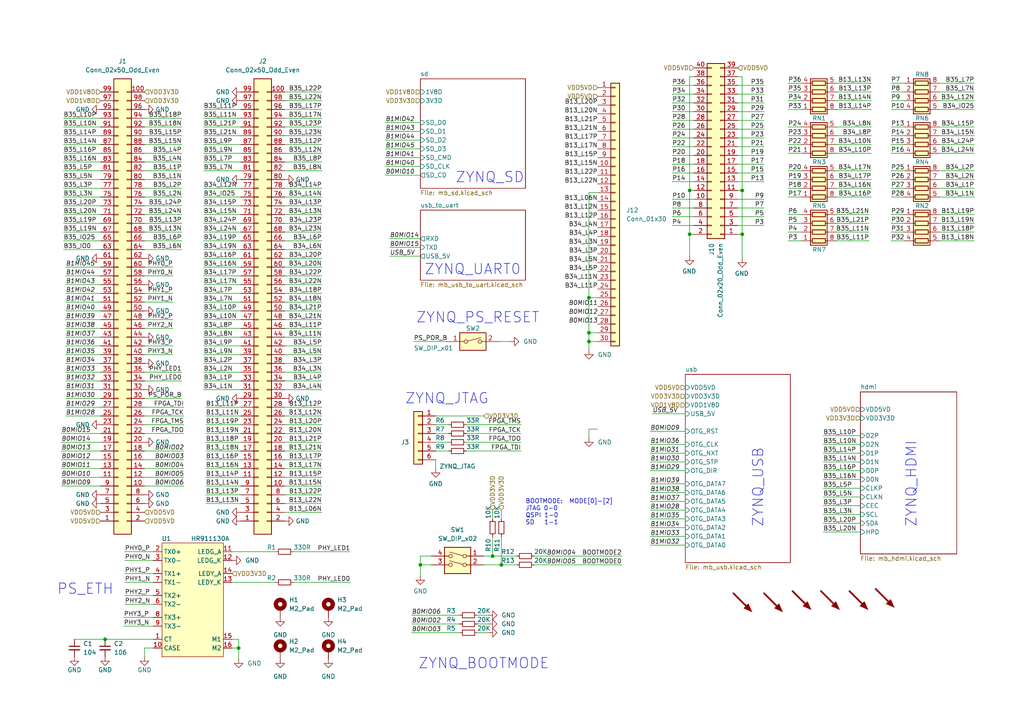
<source format=kicad_sch>
(kicad_sch (version 20211123) (generator eeschema)
  (paper "A4")
  (junction (at 30.48 185.42))
  (junction (at 170.815 96.52))
  (junction (at 170.815 99.06))
  (junction (at 142.875 161.29))
  (junction (at 145.415 163.83))
  (junction (at 215.265 67.945))
  (junction (at 200.025 67.945))
  (junction (at 200.025 55.245))
  (junction (at 215.265 55.245))
  (junction (at 69.215 187.96))
  (junction (at 170.815 86.36))
  (junction (at 121.92 163.83))
  (wire (pts (xy 142.875 161.29) (xy 149.86 161.29)))
  (wire (pts (xy 17.78 125.73) (xy 29.21 125.73)))
  (wire (pts (xy 188.595 125.095) (xy 198.755 125.095)))
  (wire (pts (xy 228.6 39.37) (xy 232.41 39.37)))
  (wire (pts (xy 113.03 71.755) (xy 121.92 71.755)))
  (wire (pts (xy 69.85 74.93) (xy 59.055 74.93)))
  (wire (pts (xy 258.445 57.15) (xy 262.255 57.15)))
  (wire (pts (xy 221.615 57.785) (xy 213.995 57.785)))
  (wire (pts (xy 29.21 62.23) (xy 18.415 62.23)))
  (wire (pts (xy 142.875 147.955) (xy 142.875 150.495)))
  (wire (pts (xy 126.365 123.19) (xy 130.175 123.19)))
  (wire (pts (xy 67.31 185.42) (xy 69.215 185.42)))
  (wire (pts (xy 238.76 151.765) (xy 249.555 151.765)))
  (wire (pts (xy 44.45 172.72) (xy 36.195 172.72)))
  (wire (pts (xy 41.91 123.19) (xy 53.34 123.19)))
  (wire (pts (xy 189.23 120.015) (xy 198.755 120.015)))
  (wire (pts (xy 135.255 125.73) (xy 151.13 125.73)))
  (wire (pts (xy 41.91 72.39) (xy 52.705 72.39)))
  (wire (pts (xy 44.45 175.26) (xy 36.195 175.26)))
  (wire (pts (xy 69.85 140.97) (xy 59.69 140.97)))
  (wire (pts (xy 194.945 62.865) (xy 201.295 62.865)))
  (wire (pts (xy 44.45 166.37) (xy 36.195 166.37)))
  (wire (pts (xy 228.6 29.21) (xy 232.41 29.21)))
  (wire (pts (xy 252.73 52.07) (xy 242.57 52.07)))
  (wire (pts (xy 198.755 155.575) (xy 188.595 155.575)))
  (wire (pts (xy 194.945 32.385) (xy 201.295 32.385)))
  (wire (pts (xy 111.76 50.8) (xy 121.92 50.8)))
  (wire (pts (xy 194.945 37.465) (xy 201.295 37.465)))
  (wire (pts (xy 82.55 46.99) (xy 93.345 46.99)))
  (wire (pts (xy 17.78 130.81) (xy 29.21 130.81)))
  (wire (pts (xy 59.69 125.73) (xy 69.85 125.73)))
  (wire (pts (xy 82.55 140.97) (xy 93.345 140.97)))
  (wire (pts (xy 249.555 131.445) (xy 238.76 131.445)))
  (wire (pts (xy 41.91 125.73) (xy 53.34 125.73)))
  (wire (pts (xy 121.92 163.83) (xy 121.92 167.005)))
  (wire (pts (xy 59.69 120.65) (xy 69.85 120.65)))
  (wire (pts (xy 258.445 54.61) (xy 262.255 54.61)))
  (wire (pts (xy 29.21 49.53) (xy 18.415 49.53)))
  (wire (pts (xy 252.73 31.75) (xy 242.57 31.75)))
  (wire (pts (xy 221.615 47.625) (xy 213.995 47.625)))
  (wire (pts (xy 69.85 128.27) (xy 59.69 128.27)))
  (wire (pts (xy 113.03 74.295) (xy 121.92 74.295)))
  (wire (pts (xy 252.73 57.15) (xy 242.57 57.15)))
  (wire (pts (xy 82.55 80.01) (xy 93.345 80.01)))
  (wire (pts (xy 44.45 160.02) (xy 36.195 160.02)))
  (wire (pts (xy 69.85 34.29) (xy 59.055 34.29)))
  (wire (pts (xy 67.31 187.96) (xy 69.215 187.96)))
  (wire (pts (xy 228.6 24.13) (xy 232.41 24.13)))
  (wire (pts (xy 282.575 39.37) (xy 272.415 39.37)))
  (wire (pts (xy 29.21 120.65) (xy 19.05 120.65)))
  (wire (pts (xy 258.445 52.07) (xy 262.255 52.07)))
  (wire (pts (xy 82.55 92.71) (xy 93.345 92.71)))
  (wire (pts (xy 69.215 187.96) (xy 69.215 191.135)))
  (wire (pts (xy 69.85 90.17) (xy 59.055 90.17)))
  (wire (pts (xy 69.85 97.79) (xy 59.055 97.79)))
  (wire (pts (xy 228.6 44.45) (xy 232.41 44.45)))
  (wire (pts (xy 69.85 77.47) (xy 59.055 77.47)))
  (wire (pts (xy 221.615 45.085) (xy 213.995 45.085)))
  (wire (pts (xy 221.615 60.325) (xy 213.995 60.325)))
  (wire (pts (xy 282.575 69.85) (xy 272.415 69.85)))
  (wire (pts (xy 170.815 86.36) (xy 170.815 96.52)))
  (wire (pts (xy 201.295 22.225) (xy 200.025 22.225)))
  (wire (pts (xy 69.85 69.85) (xy 59.055 69.85)))
  (wire (pts (xy 41.91 49.53) (xy 52.705 49.53)))
  (wire (pts (xy 29.21 44.45) (xy 18.415 44.45)))
  (wire (pts (xy 249.555 144.145) (xy 238.76 144.145)))
  (wire (pts (xy 228.6 62.23) (xy 232.41 62.23)))
  (wire (pts (xy 41.91 54.61) (xy 52.705 54.61)))
  (wire (pts (xy 258.445 41.91) (xy 262.255 41.91)))
  (wire (pts (xy 69.85 100.33) (xy 59.055 100.33)))
  (wire (pts (xy 198.755 133.985) (xy 188.595 133.985)))
  (wire (pts (xy 41.91 95.25) (xy 50.165 95.25)))
  (wire (pts (xy 29.21 110.49) (xy 19.05 110.49)))
  (wire (pts (xy 119.38 180.975) (xy 133.35 180.975)))
  (wire (pts (xy 69.85 110.49) (xy 59.055 110.49)))
  (wire (pts (xy 111.76 45.72) (xy 121.92 45.72)))
  (wire (pts (xy 228.6 26.67) (xy 232.41 26.67)))
  (wire (pts (xy 119.38 183.515) (xy 133.35 183.515)))
  (wire (pts (xy 111.76 38.1) (xy 121.92 38.1)))
  (wire (pts (xy 228.6 54.61) (xy 232.41 54.61)))
  (wire (pts (xy 173.355 99.06) (xy 170.815 99.06)))
  (wire (pts (xy 221.615 32.385) (xy 213.995 32.385)))
  (wire (pts (xy 69.85 85.09) (xy 59.055 85.09)))
  (wire (pts (xy 21.59 185.42) (xy 30.48 185.42)))
  (wire (pts (xy 82.55 29.21) (xy 93.345 29.21)))
  (wire (pts (xy 41.91 110.49) (xy 52.705 110.49)))
  (wire (pts (xy 215.265 74.93) (xy 215.265 67.945)))
  (wire (pts (xy 282.575 49.53) (xy 272.415 49.53)))
  (wire (pts (xy 221.615 37.465) (xy 213.995 37.465)))
  (wire (pts (xy 249.555 141.605) (xy 238.76 141.605)))
  (wire (pts (xy 29.21 54.61) (xy 18.415 54.61)))
  (wire (pts (xy 282.575 26.67) (xy 272.415 26.67)))
  (wire (pts (xy 69.85 143.51) (xy 59.69 143.51)))
  (wire (pts (xy 221.615 40.005) (xy 213.995 40.005)))
  (wire (pts (xy 82.55 110.49) (xy 93.345 110.49)))
  (wire (pts (xy 138.43 180.975) (xy 141.605 180.975)))
  (wire (pts (xy 126.365 130.81) (xy 130.175 130.81)))
  (wire (pts (xy 29.21 52.07) (xy 18.415 52.07)))
  (wire (pts (xy 35.903 179.07) (xy 44.45 179.07)))
  (wire (pts (xy 252.73 41.91) (xy 242.57 41.91)))
  (wire (pts (xy 126.365 125.73) (xy 130.175 125.73)))
  (wire (pts (xy 126.365 120.65) (xy 140.335 120.65)))
  (wire (pts (xy 35.903 181.61) (xy 44.45 181.61)))
  (wire (pts (xy 41.91 34.29) (xy 52.705 34.29)))
  (wire (pts (xy 82.55 67.31) (xy 93.345 67.31)))
  (wire (pts (xy 69.85 31.75) (xy 59.055 31.75)))
  (wire (pts (xy 258.445 39.37) (xy 262.255 39.37)))
  (wire (pts (xy 41.91 36.83) (xy 52.705 36.83)))
  (wire (pts (xy 82.55 82.55) (xy 93.345 82.55)))
  (wire (pts (xy 282.575 31.75) (xy 272.415 31.75)))
  (wire (pts (xy 198.755 147.955) (xy 188.595 147.955)))
  (wire (pts (xy 258.445 62.23) (xy 262.255 62.23)))
  (wire (pts (xy 145.415 147.955) (xy 145.415 150.495)))
  (wire (pts (xy 249.555 128.905) (xy 238.76 128.905)))
  (wire (pts (xy 252.73 54.61) (xy 242.57 54.61)))
  (wire (pts (xy 69.85 107.95) (xy 59.055 107.95)))
  (wire (pts (xy 82.55 39.37) (xy 93.345 39.37)))
  (wire (pts (xy 194.945 47.625) (xy 201.295 47.625)))
  (wire (pts (xy 252.73 36.83) (xy 242.57 36.83)))
  (wire (pts (xy 29.21 82.55) (xy 19.05 82.55)))
  (wire (pts (xy 53.34 140.97) (xy 41.91 140.97)))
  (wire (pts (xy 41.91 69.85) (xy 52.705 69.85)))
  (wire (pts (xy 69.85 62.23) (xy 59.055 62.23)))
  (wire (pts (xy 69.85 118.11) (xy 59.69 118.11)))
  (wire (pts (xy 215.265 67.945) (xy 213.995 67.945)))
  (wire (pts (xy 282.575 24.13) (xy 272.415 24.13)))
  (wire (pts (xy 194.945 34.925) (xy 201.295 34.925)))
  (wire (pts (xy 53.34 135.89) (xy 41.91 135.89)))
  (wire (pts (xy 258.445 24.13) (xy 262.255 24.13)))
  (wire (pts (xy 221.615 42.545) (xy 213.995 42.545)))
  (wire (pts (xy 282.575 29.21) (xy 272.415 29.21)))
  (wire (pts (xy 228.6 52.07) (xy 232.41 52.07)))
  (wire (pts (xy 145.415 163.83) (xy 149.86 163.83)))
  (wire (pts (xy 252.095 67.31) (xy 242.57 67.31)))
  (wire (pts (xy 249.555 133.985) (xy 238.76 133.985)))
  (wire (pts (xy 41.91 62.23) (xy 52.705 62.23)))
  (wire (pts (xy 258.445 36.83) (xy 262.255 36.83)))
  (wire (pts (xy 249.555 136.525) (xy 238.76 136.525)))
  (wire (pts (xy 258.445 49.53) (xy 262.255 49.53)))
  (wire (pts (xy 198.755 158.115) (xy 188.595 158.115)))
  (wire (pts (xy 228.6 49.53) (xy 232.41 49.53)))
  (wire (pts (xy 44.45 162.56) (xy 36.195 162.56)))
  (wire (pts (xy 17.78 140.97) (xy 29.21 140.97)))
  (wire (pts (xy 29.21 85.09) (xy 19.05 85.09)))
  (wire (pts (xy 41.91 102.87) (xy 50.165 102.87)))
  (wire (pts (xy 29.21 92.71) (xy 19.05 92.71)))
  (wire (pts (xy 252.73 44.45) (xy 242.57 44.45)))
  (wire (pts (xy 201.295 57.785) (xy 194.945 57.785)))
  (wire (pts (xy 82.55 49.53) (xy 93.345 49.53)))
  (wire (pts (xy 53.34 138.43) (xy 41.91 138.43)))
  (wire (pts (xy 198.755 145.415) (xy 188.595 145.415)))
  (wire (pts (xy 59.055 57.15) (xy 69.85 57.15)))
  (wire (pts (xy 252.095 62.23) (xy 242.57 62.23)))
  (wire (pts (xy 282.575 57.15) (xy 272.415 57.15)))
  (wire (pts (xy 69.85 95.25) (xy 59.055 95.25)))
  (wire (pts (xy 29.21 64.77) (xy 18.415 64.77)))
  (wire (pts (xy 85.09 160.02) (xy 101.6 160.02)))
  (wire (pts (xy 82.55 41.91) (xy 93.345 41.91)))
  (wire (pts (xy 200.025 67.945) (xy 201.295 67.945)))
  (wire (pts (xy 138.43 183.515) (xy 141.605 183.515)))
  (wire (pts (xy 215.265 22.225) (xy 215.265 55.245)))
  (wire (pts (xy 140.335 161.29) (xy 142.875 161.29)))
  (wire (pts (xy 228.6 41.91) (xy 232.41 41.91)))
  (wire (pts (xy 198.755 136.525) (xy 188.595 136.525)))
  (wire (pts (xy 82.55 105.41) (xy 93.345 105.41)))
  (wire (pts (xy 282.575 52.07) (xy 272.415 52.07)))
  (wire (pts (xy 53.34 133.35) (xy 41.91 133.35)))
  (wire (pts (xy 120.015 99.06) (xy 129.54 99.06)))
  (wire (pts (xy 41.91 46.99) (xy 52.705 46.99)))
  (wire (pts (xy 41.91 85.09) (xy 50.165 85.09)))
  (wire (pts (xy 82.55 133.35) (xy 93.345 133.35)))
  (wire (pts (xy 17.78 133.35) (xy 29.21 133.35)))
  (wire (pts (xy 82.55 146.05) (xy 93.345 146.05)))
  (wire (pts (xy 82.55 64.77) (xy 93.345 64.77)))
  (wire (pts (xy 29.21 87.63) (xy 19.05 87.63)))
  (wire (pts (xy 221.615 34.925) (xy 213.995 34.925)))
  (wire (pts (xy 221.615 29.845) (xy 213.995 29.845)))
  (wire (pts (xy 82.55 135.89) (xy 93.345 135.89)))
  (wire (pts (xy 82.55 97.79) (xy 93.345 97.79)))
  (wire (pts (xy 69.85 138.43) (xy 59.69 138.43)))
  (wire (pts (xy 29.21 113.03) (xy 19.05 113.03)))
  (wire (pts (xy 282.575 36.83) (xy 272.415 36.83)))
  (wire (pts (xy 201.295 55.245) (xy 200.025 55.245)))
  (wire (pts (xy 221.615 62.865) (xy 213.995 62.865)))
  (wire (pts (xy 252.095 69.85) (xy 242.57 69.85)))
  (wire (pts (xy 258.445 64.77) (xy 262.255 64.77)))
  (wire (pts (xy 221.615 52.705) (xy 213.995 52.705)))
  (wire (pts (xy 249.555 126.365) (xy 238.76 126.365)))
  (wire (pts (xy 69.85 87.63) (xy 59.055 87.63)))
  (wire (pts (xy 69.85 46.99) (xy 59.055 46.99)))
  (wire (pts (xy 17.78 128.27) (xy 29.21 128.27)))
  (wire (pts (xy 121.92 161.29) (xy 121.92 163.83)))
  (wire (pts (xy 82.55 74.93) (xy 93.345 74.93)))
  (wire (pts (xy 29.21 90.17) (xy 19.05 90.17)))
  (wire (pts (xy 170.815 124.46) (xy 170.815 127)))
  (wire (pts (xy 29.21 39.37) (xy 18.415 39.37)))
  (wire (pts (xy 82.55 138.43) (xy 93.345 138.43)))
  (wire (pts (xy 29.21 105.41) (xy 19.05 105.41)))
  (wire (pts (xy 82.55 36.83) (xy 93.345 36.83)))
  (wire (pts (xy 59.055 54.61) (xy 69.85 54.61)))
  (wire (pts (xy 126.365 133.35) (xy 126.365 135.89)))
  (wire (pts (xy 82.55 95.25) (xy 93.345 95.25)))
  (wire (pts (xy 69.85 80.01) (xy 59.055 80.01)))
  (wire (pts (xy 221.615 27.305) (xy 213.995 27.305)))
  (wire (pts (xy 29.21 97.79) (xy 19.05 97.79)))
  (wire (pts (xy 69.85 102.87) (xy 59.055 102.87)))
  (wire (pts (xy 170.815 96.52) (xy 170.815 99.06)))
  (wire (pts (xy 82.55 148.59) (xy 93.345 148.59)))
  (wire (pts (xy 200.025 67.945) (xy 200.025 74.295)))
  (wire (pts (xy 41.91 52.07) (xy 52.705 52.07)))
  (wire (pts (xy 82.55 113.03) (xy 93.345 113.03)))
  (wire (pts (xy 69.85 64.77) (xy 59.055 64.77)))
  (wire (pts (xy 69.85 49.53) (xy 59.055 49.53)))
  (wire (pts (xy 252.73 49.53) (xy 242.57 49.53)))
  (wire (pts (xy 282.575 54.61) (xy 272.415 54.61)))
  (wire (pts (xy 221.615 65.405) (xy 213.995 65.405)))
  (wire (pts (xy 258.445 44.45) (xy 262.255 44.45)))
  (wire (pts (xy 69.85 59.69) (xy 59.055 59.69)))
  (wire (pts (xy 29.21 102.87) (xy 19.05 102.87)))
  (wire (pts (xy 228.6 64.77) (xy 232.41 64.77)))
  (wire (pts (xy 29.21 118.11) (xy 19.05 118.11)))
  (wire (pts (xy 41.91 77.47) (xy 50.165 77.47)))
  (wire (pts (xy 252.73 29.21) (xy 242.57 29.21)))
  (wire (pts (xy 17.78 138.43) (xy 29.21 138.43)))
  (wire (pts (xy 194.945 42.545) (xy 201.295 42.545)))
  (wire (pts (xy 238.76 146.685) (xy 249.555 146.685)))
  (wire (pts (xy 69.85 146.05) (xy 59.69 146.05)))
  (wire (pts (xy 29.21 46.99) (xy 18.415 46.99)))
  (wire (pts (xy 69.85 113.03) (xy 59.055 113.03)))
  (wire (pts (xy 69.215 185.42) (xy 69.215 187.96)))
  (wire (pts (xy 215.265 55.245) (xy 213.995 55.245)))
  (wire (pts (xy 69.85 92.71) (xy 59.055 92.71)))
  (wire (pts (xy 228.6 36.83) (xy 232.41 36.83)))
  (wire (pts (xy 69.85 82.55) (xy 59.055 82.55)))
  (wire (pts (xy 41.91 118.11) (xy 53.34 118.11)))
  (wire (pts (xy 144.78 99.06) (xy 147.955 99.06)))
  (wire (pts (xy 69.85 67.31) (xy 59.055 67.31)))
  (wire (pts (xy 82.55 34.29) (xy 93.345 34.29)))
  (wire (pts (xy 41.91 115.57) (xy 52.705 115.57)))
  (wire (pts (xy 17.78 135.89) (xy 29.21 135.89)))
  (wire (pts (xy 238.76 149.225) (xy 249.555 149.225)))
  (wire (pts (xy 282.575 62.23) (xy 272.415 62.23)))
  (wire (pts (xy 41.91 57.15) (xy 52.705 57.15)))
  (wire (pts (xy 145.415 155.575) (xy 145.415 163.83)))
  (wire (pts (xy 111.76 48.26) (xy 121.92 48.26)))
  (wire (pts (xy 282.575 44.45) (xy 272.415 44.45)))
  (wire (pts (xy 213.995 22.225) (xy 215.265 22.225)))
  (wire (pts (xy 44.45 168.91) (xy 36.195 168.91)))
  (wire (pts (xy 53.34 130.81) (xy 41.91 130.81)))
  (wire (pts (xy 142.875 155.575) (xy 142.875 161.29)))
  (wire (pts (xy 135.255 128.27) (xy 151.13 128.27)))
  (wire (pts (xy 135.255 123.19) (xy 151.13 123.19)))
  (wire (pts (xy 82.55 77.47) (xy 93.345 77.47)))
  (wire (pts (xy 154.94 163.83) (xy 180.34 163.83)))
  (wire (pts (xy 29.21 57.15) (xy 18.415 57.15)))
  (wire (pts (xy 194.945 40.005) (xy 201.295 40.005)))
  (wire (pts (xy 82.55 125.73) (xy 93.345 125.73)))
  (wire (pts (xy 194.945 29.845) (xy 201.295 29.845)))
  (wire (pts (xy 194.945 24.765) (xy 201.295 24.765)))
  (wire (pts (xy 41.91 44.45) (xy 52.705 44.45)))
  (wire (pts (xy 194.945 27.305) (xy 201.295 27.305)))
  (wire (pts (xy 200.025 22.225) (xy 200.025 55.245)))
  (wire (pts (xy 198.755 128.905) (xy 188.595 128.905)))
  (wire (pts (xy 198.755 150.495) (xy 188.595 150.495)))
  (wire (pts (xy 69.85 44.45) (xy 59.055 44.45)))
  (wire (pts (xy 85.09 168.91) (xy 101.6 168.91)))
  (wire (pts (xy 82.55 62.23) (xy 93.345 62.23)))
  (wire (pts (xy 252.095 64.77) (xy 242.57 64.77)))
  (wire (pts (xy 82.55 44.45) (xy 93.345 44.45)))
  (wire (pts (xy 213.995 24.765) (xy 221.615 24.765)))
  (wire (pts (xy 41.91 107.95) (xy 52.705 107.95)))
  (wire (pts (xy 282.575 67.31) (xy 272.415 67.31)))
  (wire (pts (xy 170.815 99.06) (xy 170.815 101.6)))
  (wire (pts (xy 69.85 36.83) (xy 59.055 36.83)))
  (wire (pts (xy 41.91 39.37) (xy 52.705 39.37)))
  (wire (pts (xy 113.03 69.215) (xy 121.92 69.215)))
  (wire (pts (xy 29.21 95.25) (xy 19.05 95.25)))
  (wire (pts (xy 173.355 55.88) (xy 170.815 55.88)))
  (wire (pts (xy 258.445 67.31) (xy 262.255 67.31)))
  (wire (pts (xy 215.265 55.245) (xy 215.265 67.945)))
  (wire (pts (xy 119.38 178.435) (xy 133.35 178.435)))
  (wire (pts (xy 29.21 67.31) (xy 18.415 67.31)))
  (wire (pts (xy 140.335 163.83) (xy 145.415 163.83)))
  (wire (pts (xy 69.85 41.91) (xy 59.055 41.91)))
  (wire (pts (xy 198.755 131.445) (xy 188.595 131.445)))
  (wire (pts (xy 282.575 41.91) (xy 272.415 41.91)))
  (wire (pts (xy 41.91 87.63) (xy 50.165 87.63)))
  (wire (pts (xy 44.45 187.96) (xy 41.91 187.96)))
  (wire (pts (xy 173.355 86.36) (xy 170.815 86.36)))
  (wire (pts (xy 82.55 72.39) (xy 93.345 72.39)))
  (wire (pts (xy 69.85 123.19) (xy 59.69 123.19)))
  (wire (pts (xy 41.91 64.77) (xy 52.705 64.77)))
  (wire (pts (xy 121.92 163.83) (xy 125.095 163.83)))
  (wire (pts (xy 194.945 52.705) (xy 201.295 52.705)))
  (wire (pts (xy 111.76 40.64) (xy 121.92 40.64)))
  (wire (pts (xy 135.255 130.81) (xy 151.13 130.81)))
  (wire (pts (xy 69.85 39.37) (xy 59.055 39.37)))
  (wire (pts (xy 30.48 185.42) (xy 44.45 185.42)))
  (wire (pts (xy 82.55 100.33) (xy 93.345 100.33)))
  (wire (pts (xy 228.6 69.85) (xy 232.41 69.85)))
  (wire (pts (xy 194.945 65.405) (xy 201.295 65.405)))
  (wire (pts (xy 200.025 55.245) (xy 200.025 67.945)))
  (wire (pts (xy 125.095 161.29) (xy 121.92 161.29)))
  (wire (pts (xy 41.91 100.33) (xy 50.165 100.33)))
  (wire (pts (xy 194.945 60.325) (xy 201.295 60.325)))
  (wire (pts (xy 221.615 50.165) (xy 213.995 50.165)))
  (wire (pts (xy 198.755 140.335) (xy 188.595 140.335)))
  (wire (pts (xy 67.31 160.02) (xy 80.01 160.02)))
  (wire (pts (xy 82.55 85.09) (xy 93.345 85.09)))
  (wire (pts (xy 194.945 45.085) (xy 201.295 45.085)))
  (wire (pts (xy 69.85 72.39) (xy 59.055 72.39)))
  (wire (pts (xy 82.55 130.81) (xy 93.345 130.81)))
  (wire (pts (xy 41.91 67.31) (xy 52.705 67.31)))
  (wire (pts (xy 82.55 57.15) (xy 93.345 57.15)))
  (wire (pts (xy 126.365 128.27) (xy 130.175 128.27)))
  (wire (pts (xy 228.6 67.31) (xy 232.41 67.31)))
  (wire (pts (xy 228.6 57.15) (xy 232.41 57.15)))
  (wire (pts (xy 18.415 72.39) (xy 29.21 72.39)))
  (wire (pts (xy 198.755 153.035) (xy 188.595 153.035)))
  (wire (pts (xy 249.555 139.065) (xy 238.76 139.065)))
  (wire (pts (xy 82.55 107.95) (xy 93.345 107.95)))
  (wire (pts (xy 18.415 69.85) (xy 29.21 69.85)))
  (wire (pts (xy 82.55 69.85) (xy 93.345 69.85)))
  (wire (pts (xy 69.85 135.89) (xy 59.69 135.89)))
  (wire (pts (xy 69.85 130.81) (xy 59.69 130.81)))
  (wire (pts (xy 82.55 31.75) (xy 93.345 31.75)))
  (wire (pts (xy 82.55 87.63) (xy 93.345 87.63)))
  (wire (pts (xy 29.21 34.29) (xy 18.415 34.29)))
  (wire (pts (xy 41.91 92.71) (xy 50.165 92.71)))
  (wire (pts (xy 82.55 123.19) (xy 93.345 123.19)))
  (wire (pts (xy 173.355 124.46) (xy 170.815 124.46)))
  (wire (pts (xy 41.91 80.01) (xy 50.165 80.01)))
  (wire (pts (xy 82.55 26.67) (xy 93.345 26.67)))
  (wire (pts (xy 29.21 36.83) (xy 18.415 36.83)))
  (wire (pts (xy 258.445 69.85) (xy 262.255 69.85)))
  (wire (pts (xy 82.55 59.69) (xy 93.345 59.69)))
  (wire (pts (xy 29.21 115.57) (xy 19.05 115.57)))
  (wire (pts (xy 29.21 80.01) (xy 19.05 80.01)))
  (wire (pts (xy 29.21 59.69) (xy 18.415 59.69)))
  (wire (pts (xy 154.94 161.29) (xy 180.34 161.29)))
  (wire (pts (xy 41.91 120.65) (xy 53.34 120.65)))
  (wire (pts (xy 228.6 31.75) (xy 232.41 31.75)))
  (wire (pts (xy 238.76 154.305) (xy 249.555 154.305)))
  (wire (pts (xy 29.21 100.33) (xy 19.05 100.33)))
  (wire (pts (xy 69.85 133.35) (xy 59.69 133.35)))
  (wire (pts (xy 41.91 187.96) (xy 41.91 190.5)))
  (wire (pts (xy 82.55 54.61) (xy 93.345 54.61)))
  (wire (pts (xy 41.91 41.91) (xy 52.705 41.91)))
  (wire (pts (xy 111.76 35.56) (xy 121.92 35.56)))
  (wire (pts (xy 252.73 39.37) (xy 242.57 39.37)))
  (wire (pts (xy 29.21 41.91) (xy 18.415 41.91)))
  (wire (pts (xy 111.76 43.18) (xy 121.92 43.18)))
  (wire (pts (xy 82.55 118.11) (xy 93.345 118.11)))
  (wire (pts (xy 282.575 64.77) (xy 272.415 64.77)))
  (wire (pts (xy 67.31 168.91) (xy 80.01 168.91)))
  (wire (pts (xy 258.445 29.21) (xy 262.255 29.21)))
  (wire (pts (xy 29.21 77.47) (xy 19.05 77.47)))
  (wire (pts (xy 82.55 90.17) (xy 93.345 90.17)))
  (wire (pts (xy 170.815 55.88) (xy 170.815 86.36)))
  (wire (pts (xy 82.55 128.27) (xy 93.345 128.27)))
  (wire (pts (xy 258.445 31.75) (xy 262.255 31.75)))
  (wire (pts (xy 41.91 59.69) (xy 52.705 59.69)))
  (wire (pts (xy 258.445 26.67) (xy 262.255 26.67)))
  (wire (pts (xy 194.945 50.165) (xy 201.295 50.165)))
  (wire (pts (xy 252.73 26.67) (xy 242.57 26.67)))
  (wire (pts (xy 69.85 105.41) (xy 59.055 105.41)))
  (wire (pts (xy 198.755 142.875) (xy 188.595 142.875)))
  (wire (pts (xy 173.355 96.52) (xy 170.815 96.52)))
  (wire (pts (xy 82.55 102.87) (xy 93.345 102.87)))
  (wire (pts (xy 82.55 120.65) (xy 93.345 120.65)))
  (wire (pts (xy 82.55 143.51) (xy 93.345 143.51)))
  (wire (pts (xy 29.21 107.95) (xy 19.05 107.95)))
  (wire (pts (xy 252.73 24.13) (xy 242.57 24.13)))
  (wire (pts (xy 138.43 178.435) (xy 141.605 178.435)))
  (text "ZYNQ_USB\n" (at 221.615 153.035 90) (effects (font (size 3 3)) (justify left bottom)))
  (text "PS_ETH" (at 16.51 172.72 0) (effects (font (size 3 3)) (justify left bottom)))
  (text "ZYNQ_HDMI\n" (at 266.065 153.035 90) (effects (font (size 3 3)) (justify left bottom)))
  (text "ZYNQ_SD\n" (at 132.08 53.34 0) (effects (font (size 3 3)) (justify left bottom)))
  (text "ZYNQ_UART0\n" (at 151.13 80.01 180) (effects (font (size 3 3)) (justify right bottom)))
  (text "ZYNQ_PS_RESET\n" (at 120.65 93.98 0) (effects (font (size 3 3)) (justify left bottom)))
  (text "ZYNQ_BOOTMODE" (at 121.285 194.31 0) (effects (font (size 3 3)) (justify left bottom)))
  (text "BOOTMODE:  MODE[0]-[2]\nJTAG 0-0\nQSPI 1-0\nSD   1-1" (at 152.4 152.4 0) (effects (font (size 1.27 1.27)) (justify left bottom)))
  (text "ZYNQ_JTAG" (at 117.475 117.475 0) (effects (font (size 3 3)) (justify left bottom)))
  (label "B35_L10P" (at 18.415 34.29 0))
  (label "P18" (at 194.945 47.625 0))
  (label "B35_L15N" (at 52.705 41.91 180))
  (label "B34_L5P" (at 93.345 100.33 180))
  (label "B1MIO31" (at 188.595 131.445 0) (effects (font italic)))
  (label "B34_L1P" (at 282.575 54.61 180))
  (label "BOOTMODE2" (at 180.34 161.29 180))
  (label "B34_L7P" (at 59.055 85.09 0))
  (label "B34_L1N" (at 282.575 57.15 180))
  (label "B35_L4P" (at 52.705 44.45 180))
  (label "B34_L19N" (at 59.055 72.39 0))
  (label "B13_L12P" (at 173.355 63.5 180))
  (label "B34_L5N" (at 173.355 76.2 180))
  (label "B35_L7N" (at 59.055 49.53 0))
  (label "PHY3_N" (at 35.903 181.61 0))
  (label "B34_L18P" (at 93.345 85.09 180))
  (label "B13_L14N" (at 59.69 140.97 0))
  (label "B35_IO25" (at 18.415 69.85 0))
  (label "B13_L18P" (at 59.69 128.27 0))
  (label "B1MIO38" (at 19.05 95.25 0) (effects (font italic)))
  (label "P31" (at 221.615 29.845 180))
  (label "P4" (at 228.6 67.31 0))
  (label "B34_L4N" (at 93.345 113.03 180))
  (label "B34_L2N" (at 282.575 52.07 180))
  (label "B35_L14P" (at 238.76 131.445 0))
  (label "B13_L12N" (at 173.355 60.96 180))
  (label "P14" (at 194.945 52.705 0))
  (label "FPGA_TMS" (at 53.34 123.19 180))
  (label "B13_L21P" (at 173.355 35.56 180))
  (label "B35_L20N" (at 18.415 62.23 0))
  (label "PS_POR_B" (at 52.705 115.57 180))
  (label "PHY1_N" (at 36.195 168.91 0))
  (label "PHY0_N" (at 50.165 80.01 180))
  (label "B34_L8N" (at 252.73 36.83 180))
  (label "B34_L16P" (at 252.73 57.15 180))
  (label "B34_L12N" (at 59.055 54.61 0))
  (label "B1MIO37" (at 19.05 97.79 0) (effects (font italic)))
  (label "P26" (at 194.945 37.465 0))
  (label "B34_L3P" (at 93.345 105.41 180))
  (label "B35_L1N" (at 52.705 52.07 180))
  (label "B1MIO28" (at 19.05 120.65 0) (effects (font italic)))
  (label "B34_L16N" (at 252.73 54.61 180))
  (label "B34_L22N" (at 93.345 82.55 180))
  (label "B13_L20N" (at 93.345 125.73 180))
  (label "PHY_LED0" (at 52.705 110.49 180))
  (label "FPGA_TMS" (at 151.13 123.19 180))
  (label "B34_L8P" (at 252.73 39.37 180))
  (label "B13_L11N" (at 59.69 120.65 0))
  (label "B1MIO45" (at 111.76 43.18 0) (effects (font italic)))
  (label "B0MIO12" (at 17.78 133.35 0) (effects (font italic)))
  (label "B1MIO40" (at 111.76 48.26 0) (effects (font italic)))
  (label "B34_L11P" (at 93.345 95.25 180))
  (label "B35_L10N" (at 238.76 128.905 0))
  (label "B13_L19N" (at 282.575 64.77 180))
  (label "B13_L21N" (at 173.355 38.1 180))
  (label "B35_L21N" (at 59.055 39.37 0))
  (label "USB_5V" (at 189.23 120.015 0) (effects (font italic)))
  (label "B34_L12N" (at 282.575 29.21 180))
  (label "B0MIO03" (at 119.38 183.515 0) (effects (font italic)))
  (label "B35_L7N" (at 282.575 26.67 180))
  (label "PHY3_P" (at 50.165 100.33 180))
  (label "B13_L21N" (at 93.345 130.81 180))
  (label "P8" (at 194.945 60.325 0))
  (label "B34_L17P" (at 59.055 80.01 0))
  (label "P36" (at 228.6 24.13 0))
  (label "P34" (at 228.6 29.21 0))
  (label "B13_L19N" (at 59.69 125.73 0))
  (label "B35_L21P" (at 252.095 64.77 180))
  (label "P4" (at 194.945 65.405 0))
  (label "B35_L19P" (at 18.415 64.77 0))
  (label "B13_L13N" (at 252.73 24.13 180))
  (label "B0MIO15" (at 17.78 125.73 0) (effects (font italic)))
  (label "P15" (at 258.445 41.91 0))
  (label "B0MIO11" (at 17.78 135.89 0) (effects (font italic)))
  (label "B1MIO42" (at 111.76 35.56 0) (effects (font italic)))
  (label "B35_L23N" (at 93.345 39.37 180))
  (label "P32" (at 194.945 29.845 0))
  (label "B35_L4N" (at 52.705 46.99 180))
  (label "B13_L12N" (at 93.345 120.65 180))
  (label "PHY1_P" (at 36.195 166.37 0))
  (label "B0MIO13" (at 173.355 93.98 180) (effects (font italic)))
  (label "B34_L17P" (at 252.73 52.07 180))
  (label "B13_L18N" (at 282.575 69.85 180))
  (label "P33" (at 228.6 31.75 0))
  (label "B13_L20P" (at 93.345 123.19 180))
  (label "B34_L5P" (at 173.355 78.74 180))
  (label "B34_L4P" (at 173.355 68.58 180))
  (label "B1MIO30" (at 19.05 115.57 0) (effects (font italic)))
  (label "B35_L20P" (at 18.415 59.69 0))
  (label "B35_L20P" (at 238.76 151.765 0))
  (label "B1MIO39" (at 19.05 92.71 0) (effects (font italic)))
  (label "B1MIO41" (at 19.05 87.63 0) (effects (font italic)))
  (label "B13_L13P" (at 59.69 143.51 0))
  (label "B35_L20N" (at 238.76 154.305 0))
  (label "B1MIO30" (at 188.595 133.985 0) (effects (font italic)))
  (label "P5" (at 228.6 64.77 0))
  (label "B34_L20N" (at 93.345 77.47 180))
  (label "B1MIO39" (at 188.595 140.335 0) (effects (font italic)))
  (label "B13_L17N" (at 173.355 43.18 180))
  (label "B35_L11P" (at 59.055 31.75 0))
  (label "PHY1_N" (at 50.165 87.63 180))
  (label "B13_L11P" (at 59.69 118.11 0))
  (label "P31" (at 258.445 67.31 0))
  (label "B34_L4P" (at 93.345 110.49 180))
  (label "B13_L14N" (at 252.73 29.21 180))
  (label "B1MIO35" (at 188.595 150.495 0) (effects (font italic)))
  (label "B1MIO33" (at 188.595 155.575 0) (effects (font italic)))
  (label "P36" (at 194.945 24.765 0))
  (label "B13_L21P" (at 93.345 128.27 180))
  (label "B35_L1P" (at 52.705 49.53 180))
  (label "B34_L21P" (at 93.345 90.17 180))
  (label "B1MIO44" (at 19.05 80.01 0) (effects (font italic)))
  (label "B0MIO12" (at 173.355 91.44 180) (effects (font italic)))
  (label "P17" (at 221.615 47.625 180))
  (label "B0MIO05" (at 53.34 138.43 180) (effects (font italic)))
  (label "P23" (at 221.615 40.005 180))
  (label "P22" (at 194.945 42.545 0))
  (label "P17" (at 228.6 57.15 0))
  (label "B1MIO32" (at 188.595 158.115 0) (effects (font italic)))
  (label "P21" (at 221.615 42.545 180))
  (label "B34_L11N" (at 93.345 97.79 180))
  (label "P10" (at 194.945 57.785 0))
  (label "B34_L9P" (at 59.055 100.33 0))
  (label "B0MIO03" (at 53.34 133.35 180) (effects (font italic)))
  (label "B34_L21N" (at 93.345 92.71 180))
  (label "B0MIO10" (at 17.78 138.43 0) (effects (font italic)))
  (label "B13_L15N" (at 173.355 48.26 180))
  (label "B34_L11N" (at 173.355 81.28 180))
  (label "P25" (at 221.615 37.465 180))
  (label "P19" (at 221.615 45.085 180))
  (label "P9" (at 258.445 29.21 0))
  (label "B1MIO32" (at 19.05 110.49 0) (effects (font italic)))
  (label "B34_L14P" (at 93.345 54.61 180))
  (label "B34_L14N" (at 93.345 57.15 180))
  (label "B35_L6P" (at 52.705 69.85 180))
  (label "B1MIO43" (at 111.76 38.1 0) (effects (font italic)))
  (label "B34_L3N" (at 93.345 107.95 180))
  (label "B34_L3P" (at 173.355 73.66 180))
  (label "B34_L17N" (at 59.055 82.55 0))
  (label "P14" (at 258.445 39.37 0))
  (label "P3" (at 221.615 65.405 180))
  (label "B34_L5N" (at 93.345 102.87 180))
  (label "B1MIO44" (at 111.76 40.64 0) (effects (font italic)))
  (label "B35_L24P" (at 52.705 59.69 180))
  (label "B13_L17P" (at 173.355 40.64 180))
  (label "B1MIO35" (at 19.05 102.87 0) (effects (font italic)))
  (label "B34_L8P" (at 59.055 95.25 0))
  (label "B1MIO36" (at 19.05 100.33 0) (effects (font italic)))
  (label "B35_L19N" (at 18.415 67.31 0))
  (label "P13" (at 221.615 52.705 180))
  (label "PHY1_P" (at 50.165 85.09 180))
  (label "B34_L15N" (at 282.575 39.37 180))
  (label "B13_L20P" (at 173.355 30.48 180))
  (label "P6" (at 228.6 62.23 0))
  (label "B34_L13P" (at 93.345 59.69 180))
  (label "B34_L10N" (at 59.055 92.71 0))
  (label "B35_L3N" (at 18.415 57.15 0))
  (label "B34_IO25" (at 59.055 57.15 0))
  (label "B34_L10P" (at 59.055 90.17 0))
  (label "B35_L13N" (at 52.705 67.31 180))
  (label "P5" (at 221.615 62.865 180))
  (label "B13_L20N" (at 173.355 33.02 180))
  (label "B1MIO38" (at 188.595 142.875 0) (effects (font italic)))
  (label "P23" (at 228.6 39.37 0))
  (label "P29" (at 221.615 32.385 180))
  (label "B34_L6P" (at 93.345 69.85 180))
  (label "P26" (at 258.445 52.07 0))
  (label "P9" (at 221.615 57.785 180))
  (label "B0MIO14" (at 113.03 69.215 0) (effects (font italic)))
  (label "B0MIO15" (at 113.03 71.755 0) (effects (font italic)))
  (label "B34_L15P" (at 59.055 59.69 0))
  (label "B13_L14P" (at 252.73 31.75 180))
  (label "B35_L11P" (at 252.095 69.85 180))
  (label "B35_L17P" (at 93.345 31.75 180))
  (label "BOOTMODE0" (at 180.34 163.83 180))
  (label "B34_L19P" (at 59.055 69.85 0))
  (label "B35_L5P" (at 238.76 141.605 0))
  (label "B35_L6N" (at 52.705 72.39 180))
  (label "B0MIO10" (at 111.76 50.8 0) (effects (font italic)))
  (label "PHY0_N" (at 36.195 162.56 0))
  (label "P29" (at 258.445 62.23 0))
  (label "B34_L22P" (at 93.345 80.01 180))
  (label "B0MIO04" (at 53.34 135.89 180) (effects (font italic)))
  (label "B13_L06N" (at 93.345 148.59 180))
  (label "B35_L7P" (at 282.575 24.13 180))
  (label "B35_L24N" (at 52.705 62.23 180))
  (label "B1MIO43" (at 19.05 82.55 0) (effects (font italic)))
  (label "B13_L19P" (at 59.69 123.19 0))
  (label "B13_L18P" (at 282.575 67.31 180))
  (label "B0MIO09" (at 17.78 140.97 0) (effects (font italic)))
  (label "B35_L10N" (at 18.415 36.83 0))
  (label "B13_L14P" (at 59.69 138.43 0))
  (label "B34_L1N" (at 59.055 113.03 0))
  (label "PHY2_P" (at 50.165 92.71 180))
  (label "B34_L18N" (at 93.345 87.63 180))
  (label "B34_L2P" (at 59.055 105.41 0))
  (label "PHY0_P" (at 50.165 77.47 180))
  (label "B0MIO02" (at 119.38 180.975 0) (effects (font italic)))
  (label "B13_L15P" (at 173.355 45.72 180))
  (label "B34_L10N" (at 252.73 41.91 180))
  (label "B35_L7P" (at 59.055 46.99 0))
  (label "B0MIO13" (at 17.78 130.81 0) (effects (font italic)))
  (label "B34_L1P" (at 59.055 110.49 0))
  (label "B35_L16P" (at 18.415 44.45 0))
  (label "B35_L3P" (at 238.76 146.685 0))
  (label "USB_5V" (at 113.03 74.295 0) (effects (font italic)))
  (label "FPGA_TDI" (at 53.34 118.11 180))
  (label "B0MIO05" (at 167.005 163.83 180) (effects (font italic)))
  (label "PHY3_P" (at 35.903 179.07 0))
  (label "B1MIO34" (at 19.05 105.41 0) (effects (font italic)))
  (label "B34_L3N" (at 173.355 71.12 180))
  (label "B35_IO0" (at 18.415 72.39 0))
  (label "B34_L23P" (at 93.345 64.77 180))
  (label "B35_L5N" (at 238.76 144.145 0))
  (label "P24" (at 228.6 36.83 0))
  (label "B0MIO14" (at 17.78 128.27 0) (effects (font italic)))
  (label "B1MIO45" (at 19.05 77.47 0) (effects (font italic)))
  (label "P24" (at 194.945 40.005 0))
  (label "B34_L15P" (at 282.575 36.83 180))
  (label "P28" (at 194.945 34.925 0))
  (label "B34_L2N" (at 59.055 107.95 0))
  (label "B1MIO31" (at 19.05 113.03 0) (effects (font italic)))
  (label "PHY2_N" (at 36.195 175.26 0))
  (label "B34_IO25" (at 282.575 31.75 180))
  (label "B0MIO04" (at 167.005 161.29 180) (effects (font italic)))
  (label "B35_L11N" (at 252.095 67.31 180))
  (label "B35_L13P" (at 52.705 64.77 180))
  (label "B1MIO29" (at 188.595 136.525 0) (effects (font italic)))
  (label "B35_L8P" (at 93.345 46.99 180))
  (label "P13" (at 258.445 36.83 0))
  (label "B35_L23P" (at 93.345 36.83 180))
  (label "PHY2_N" (at 50.165 95.25 180))
  (label "B34_L17N" (at 252.73 49.53 180))
  (label "B34_L24N" (at 282.575 44.45 180))
  (label "B35_L22N" (at 93.345 29.21 180))
  (label "B35_L5N" (at 18.415 52.07 0))
  (label "B35_L16N" (at 238.76 139.065 0))
  (label "B13_L17N" (at 93.345 135.89 180))
  (label "B34_L13N" (at 93.345 62.23 180))
  (label "B13_L19P" (at 282.575 62.23 180))
  (label "FPGA_TDI" (at 151.13 130.81 180))
  (label "B35_L18N" (at 52.705 36.83 180))
  (label "B34_L20P" (at 93.345 74.93 180))
  (label "B1MIO41" (at 111.76 45.72 0) (effects (font italic)))
  (label "B35_L10P" (at 238.76 126.365 0))
  (label "B35_L17N" (at 93.345 34.29 180))
  (label "B34_L24N" (at 59.055 67.31 0))
  (label "B13_L22N" (at 173.355 53.34 180))
  (label "P15" (at 221.615 50.165 180))
  (label "B13_L17P" (at 93.345 133.35 180))
  (label "P27" (at 221.615 34.925 180))
  (label "B1MIO28" (at 188.595 147.955 0) (effects (font italic)))
  (label "P30" (at 258.445 64.77 0))
  (label "B35_L12P" (at 93.345 41.91 180))
  (label "P16" (at 258.445 44.45 0))
  (label "B35_L5P" (at 18.415 49.53 0))
  (label "P20" (at 194.945 45.085 0))
  (label "B13_L16N" (at 59.69 135.89 0))
  (label "P6" (at 194.945 62.865 0))
  (label "B34_L10P" (at 252.73 44.45 180))
  (label "PS_POR_B" (at 120.015 99.06 0))
  (label "P20" (at 228.6 49.53 0))
  (label "P19" (at 228.6 52.07 0))
  (label "B35_L9P" (at 59.055 41.91 0))
  (label "PHY_LED0" (at 101.6 168.91 180))
  (label "P7" (at 221.615 60.325 180))
  (label "B0MIO11" (at 173.355 88.9 180) (effects (font italic)))
  (label "FPGA_TCK" (at 151.13 125.73 180))
  (label "B1MIO34" (at 188.595 153.035 0) (effects (font italic)))
  (label "B1MIO37" (at 188.595 145.415 0) (effects (font italic)))
  (label "B1MIO42" (at 19.05 85.09 0) (effects (font italic)))
  (label "P32" (at 258.445 69.85 0))
  (label "B34_L16P" (at 59.055 74.93 0))
  (label "B35_L11N" (at 59.055 34.29 0))
  (label "PHY0_P" (at 36.195 160.02 0))
  (label "B35_L16P" (at 238.76 136.525 0))
  (label "B13_L22N" (at 93.345 146.05 180))
  (label "B34_L6N" (at 93.345 72.39 180))
  (label "FPGA_TDO" (at 151.13 128.27 180))
  (label "PHY3_N" (at 50.165 102.87 180))
  (label "B0MIO02" (at 53.34 130.81 180) (effects (font italic)))
  (label "P35" (at 228.6 26.67 0))
  (label "B35_L18P" (at 52.705 34.29 180))
  (label "P22" (at 228.6 41.91 0))
  (label "B13_L15P" (at 93.345 138.43 180))
  (label "B1MIO36" (at 188.595 128.905 0) (effects (font italic)))
  (label "B35_L2P" (at 52.705 54.61 180))
  (label "P34" (at 194.945 27.305 0))
  (label "B34_L2P" (at 282.575 49.53 180))
  (label "B35_L2N" (at 52.705 57.15 180))
  (label "B34_L9N" (at 59.055 102.87 0))
  (label "B34_L16N" (at 59.055 77.47 0))
  (label "B1MIO40" (at 19.05 90.17 0) (effects (font italic)))
  (label "P27" (at 258.445 54.61 0))
  (label "P21" (at 228.6 44.45 0))
  (label "B35_L22P" (at 93.345 26.67 180))
  (label "B35_L21P" (at 59.055 36.83 0))
  (label "B0MIO06" (at 119.38 178.435 0) (effects (font italic)))
  (label "B35_L12N" (at 93.345 44.45 180))
  (label "B35_L16N" (at 18.415 46.99 0))
  (label "P10" (at 258.445 31.75 0))
  (label "B13_L22P" (at 93.345 143.51 180))
  (label "P7" (at 258.445 24.13 0))
  (label "P28" (at 258.445 57.15 0))
  (label "B35_L14N" (at 18.415 41.91 0))
  (label "B1MIO29" (at 19.05 118.11 0) (effects (font italic)))
  (label "B13_L15N" (at 93.345 140.97 180))
  (label "B1MIO33" (at 19.05 107.95 0) (effects (font italic)))
  (label "B35_L3N" (at 238.76 149.225 0))
  (label "PHY2_P" (at 36.195 172.72 0))
  (label "B34_L7N" (at 59.055 87.63 0))
  (label "B0MIO09" (at 188.595 125.095 0) (effects (font italic)))
  (label "P3" (at 228.6 69.85 0))
  (label "P16" (at 194.945 50.165 0))
  (label "B13_L18N" (at 59.69 130.81 0))
  (label "FPGA_TCK" (at 53.34 120.65 180))
  (label "B34_L4N" (at 173.355 66.04 180))
  (label "B35_L3P" (at 18.415 54.61 0))
  (label "B35_L8N" (at 93.345 49.53 180))
  (label "P18" (at 228.6 54.61 0))
  (label "B34_L24P" (at 59.055 64.77 0))
  (label "B35_L15P" (at 52.705 39.37 180))
  (label "FPGA_TDO" (at 53.34 125.73 180))
  (label "B13_L12P" (at 93.345 118.11 180))
  (label "P30" (at 194.945 32.385 0))
  (label "B34_L15N" (at 59.055 62.23 0))
  (label "B34_L8N" (at 59.055 97.79 0))
  (label "B0MIO06" (at 53.34 140.97 180) (effects (font italic)))
  (label "B13_L13P" (at 252.73 26.67 180))
  (label "P25" (at 258.445 49.53 0))
  (label "B34_L24P" (at 282.575 41.91 180))
  (label "B13_L13N" (at 59.69 146.05 0))
  (label "B13_L22P" (at 173.355 50.8 180))
  (label "B35_L9N" (at 59.055 44.45 0))
  (label "PHY_LED1" (at 101.6 160.02 180))
  (label "P35" (at 221.615 24.765 180))
  (label "B13_L06N" (at 173.355 58.42 180))
  (label "B34_L23N" (at 93.345 67.31 180))
  (label "B34_L11P" (at 173.355 83.82 180))
  (label "P8" (at 258.445 26.67 0))
  (label "B35_L14P" (at 18.415 39.37 0))
  (label "P33" (at 221.615 27.305 180))
  (label "B35_L21N" (at 252.095 62.23 180))
  (label "B13_L16P" (at 59.69 133.35 0))
  (label "PHY_LED1" (at 52.705 107.95 180))
  (label "B35_L14N" (at 238.76 133.985 0))
  (hierarchical_label "VDD3V3D" (shape input) (at 142.875 147.955 90))
  (hierarchical_label "VDD1V8D" (shape input) (at 121.92 26.67 180))
  (hierarchical_label "VDD3V3D" (shape input) (at 41.91 29.21 0))
  (hierarchical_label "VDD1V8D" (shape input) (at 29.21 26.67 180))
  (hierarchical_label "VDD3V3D" (shape input) (at 41.91 26.67 0))
  (hierarchical_label "VDD5VD" (shape input) (at 41.91 148.59 0))
  (hierarchical_label "VDD5VD" (shape input) (at 201.295 19.685 180))
  (hierarchical_label "VDD5VD" (shape input) (at 29.21 151.13 180))
  (hierarchical_label "VDD5VD" (shape input) (at 41.91 151.13 0))
  (hierarchical_label "VDD5VD" (shape input) (at 249.555 118.745 180))
  (hierarchical_label "VDD1V8D" (shape input) (at 198.755 117.475 180))
  (hierarchical_label "VDD3V3D" (shape input) (at 198.755 114.935 180))
  (hierarchical_label "VDD5VD" (shape input) (at 173.355 27.94 180))
  (hierarchical_label "VDD3V3D" (shape input) (at 249.555 121.285 180))
  (hierarchical_label "VDD1V8D" (shape input) (at 29.21 29.21 180))
  (hierarchical_label "VDD5VD" (shape input) (at 29.21 148.59 180))
  (hierarchical_label "VDD5VD" (shape input) (at 213.995 19.685 0))
  (hierarchical_label "VDD3V3D" (shape input) (at 140.335 120.65 0))
  (hierarchical_label "VDD5VD" (shape input) (at 173.355 25.4 180))
  (hierarchical_label "VDD5VD" (shape input) (at 198.755 112.395 180))
  (hierarchical_label "VDD3V3D" (shape input) (at 145.415 147.955 90))
  (hierarchical_label "VDD3V3D" (shape input) (at 67.31 166.37 0))
  (hierarchical_label "VDD3V3D" (shape input) (at 121.92 29.21 180))
  (symbol (lib_id "power:GND") (at 29.21 143.51 270) (unit 1)
    (property "Reference" "#PWR04" (effects hide))
    (property "Value" "GND" (at 26.035 143.5099 90) (effects (justify right)))
  )
  (symbol (lib_id "Device:R_Pack04") (at 237.49 52.07 270) (mirror x) (unit 1)
    (property "Reference" "RN5" (at 235.585 59.69 90) (effects (justify left)))
    (property "Value" "R_Pack04" (effects hide))
    (property "Footprint" "Resistor_SMD:R_Array_Concave_4x0603" (effects hide))
  )
  (symbol (lib_id "Graphic:SYM_Arrow45_Large") (at 240.665 173.99 0) (unit 1)
    (property "Reference" "SYME5" (effects hide))
    (property "Value" "SYM_Arrow45_Large" (effects hide))
    (property "Footprint" "zynq7000_mb:LOGO_Z" (effects hide))
  )
  (symbol (lib_id "Device:R_Small") (at 135.89 178.435 90) (unit 1)
    (property "Reference" "R3" (at 130.81 177.165 90))
    (property "Value" "20K" (at 140.335 177.165 90))
    (property "Footprint" "Resistor_SMD:R_0402_1005Metric" (effects hide))
  )
  (symbol (lib_id "Device:R_Small") (at 135.89 183.515 90) (unit 1)
    (property "Reference" "R5" (at 130.81 182.245 90))
    (property "Value" "20K" (at 140.335 182.245 90))
    (property "Footprint" "Resistor_SMD:R_0402_1005Metric" (effects hide))
  )
  (symbol (lib_id "Device:R_Small") (at 145.415 153.035 180) (unit 1)
    (property "Reference" "R11" (at 144.145 158.115 90))
    (property "Value" "10K" (at 144.145 148.59 90))
    (property "Footprint" "Resistor_SMD:R_0402_1005Metric" (effects hide))
  )
  (symbol (lib_id "power:GND") (at 69.85 148.59 270) (unit 1)
    (property "Reference" "#PWR020" (effects hide))
    (property "Value" "GND" (at 66.675 148.5899 90) (effects (justify right)))
  )
  (symbol (lib_id "power:GND") (at 41.91 128.27 90) (unit 1)
    (property "Reference" "#PWR013" (effects hide))
    (property "Value" "GND" (at 45.085 128.2699 90) (effects (justify right)))
  )
  (symbol (lib_id "power:GND") (at 69.85 52.07 270) (unit 1)
    (property "Reference" "#PWR018" (effects hide))
    (property "Value" "GND" (at 66.675 52.0699 90) (effects (justify right)))
  )
  (symbol (lib_id "core:Conn_02x50_Odd_Even") (at 74.93 102.87 0) (mirror x) (unit 1)
    (property "Reference" "J2" (at 76.2 17.78 0))
    (property "Value" "Conn_02x50_Odd_Even" (at 76.2 20.32 0))
    (property "Footprint" "zynq7000_mb:51779844" (effects hide))
  )
  (symbol (lib_id "power:GND") (at 41.91 82.55 90) (unit 1)
    (property "Reference" "#PWR08" (effects hide))
    (property "Value" "GND" (at 45.085 82.5499 90) (effects (justify right)))
  )
  (symbol (lib_id "power:GND") (at 41.91 31.75 90) (unit 1)
    (property "Reference" "#PWR06" (effects hide))
    (property "Value" "GND" (at 45.085 31.7499 90) (effects (justify right)))
  )
  (symbol (lib_id "Device:C_Small") (at 30.48 187.96 0) (unit 1)
    (property "Reference" "C2" (at 33.02 186.6962 0) (effects (justify left)))
    (property "Value" "106" (at 33.02 189.2362 0) (effects (justify left)))
    (property "Footprint" "Capacitor_SMD:C_0603_1608Metric" (effects hide))
  )
  (symbol (lib_id "Device:R_Small") (at 132.715 128.27 90) (unit 1)
    (property "Reference" "R8" (at 127.635 127 90))
    (property "Value" "33R" (at 137.16 127 90))
    (property "Footprint" "Resistor_SMD:R_0402_1005Metric" (effects hide))
  )
  (symbol (lib_id "power:GND") (at 141.605 183.515 90) (unit 1)
    (property "Reference" "#PWR033" (effects hide))
    (property "Value" "GND" (at 145.415 183.5149 90) (effects (justify right)))
  )
  (symbol (lib_id "power:GND") (at 141.605 178.435 90) (unit 1)
    (property "Reference" "#PWR031" (effects hide))
    (property "Value" "GND" (at 145.415 178.4349 90) (effects (justify right)))
  )
  (symbol (lib_id "Graphic:SYM_Arrow45_Large") (at 248.92 173.99 0) (unit 1)
    (property "Reference" "SYME6" (effects hide))
    (property "Value" "SYM_Arrow45_Large" (effects hide))
    (property "Footprint" "zynq7000_mb:LOGO_X" (effects hide))
  )
  (symbol (lib_id "power:GND") (at 69.85 115.57 270) (unit 1)
    (property "Reference" "#PWR019" (effects hide))
    (property "Value" "GND" (at 66.675 115.5699 90) (effects (justify right)))
  )
  (symbol (lib_id "power:GND") (at 69.85 29.21 270) (unit 1)
    (property "Reference" "#PWR017" (effects hide))
    (property "Value" "GND" (at 66.675 29.2099 90) (effects (justify right)))
  )
  (symbol (lib_id "Mechanical:MountingHole_Pad") (at 95.25 176.53 0) (unit 1)
    (property "Reference" "H3" (at 97.79 173.9899 0) (effects (justify left)))
    (property "Value" "M2_Pad" (at 97.79 176.5299 0) (effects (justify left)))
    (property "Footprint" "MountingHole:MountingHole_2.2mm_M2_DIN965_Pad" (effects hide))
  )
  (symbol (lib_id "power:GND") (at 29.21 31.75 270) (unit 1)
    (property "Reference" "#PWR01" (effects hide))
    (property "Value" "GND" (at 26.035 31.7499 90) (effects (justify right)))
  )
  (symbol (lib_id "power:GND") (at 41.91 97.79 90) (unit 1)
    (property "Reference" "#PWR010" (effects hide))
    (property "Value" "GND" (at 45.085 97.7899 90) (effects (justify right)))
  )
  (symbol (lib_id "Device:R_Pack04") (at 267.335 67.31 270) (unit 1)
    (property "Reference" "RN2" (at 265.43 59.69 90) (effects (justify left)))
    (property "Value" "R_Pack04" (effects hide))
    (property "Footprint" "Resistor_SMD:R_Array_Concave_4x0603" (effects hide))
  )
  (symbol (lib_id "power:GND") (at 126.365 135.89 0) (unit 1)
    (property "Reference" "#PWR029" (effects hide))
    (property "Value" "GND" (at 126.365 140.335 0))
  )
  (symbol (lib_id "Connector_Generic:Conn_02x20_Odd_Even") (at 208.915 45.085 180) (unit 1)
    (property "Reference" "J10" (at 206.3749 70.485 90) (effects (justify left)))
    (property "Value" "Conn_02x20_Odd_Even" (at 208.9149 70.485 90) (effects (justify left)))
    (property "Footprint" "Connector_PinHeader_2.54mm:PinHeader_2x20_P2.54mm_Vertical" (effects hide))
  )
  (symbol (lib_id "Switch:SW_DIP_x01") (at 137.16 99.06 0) (unit 1)
    (property "Reference" "SW2" (at 137.16 95.25 0))
    (property "Value" "SW_DIP_x01" (at 125.73 100.965 0))
    (property "Footprint" "Button_Switch_SMD:SW_SPST_B3U-1000P" (effects hide))
  )
  (symbol (lib_id "power:GND") (at 41.91 113.03 90) (unit 1)
    (property "Reference" "#PWR012" (effects hide))
    (property "Value" "GND" (at 45.085 113.0299 90) (effects (justify right)))
  )
  (symbol (lib_id "power:GND") (at 170.815 127 0) (unit 1)
    (property "Reference" "#PWR0108" (effects hide))
    (property "Value" "GND" (at 173.355 128.2699 0) (effects (justify left)))
  )
  (symbol (lib_id "Device:R_Small") (at 152.4 163.83 90) (unit 1)
    (property "Reference" "R13" (at 147.32 162.56 90))
    (property "Value" "20K" (at 156.845 162.56 90))
    (property "Footprint" "Resistor_SMD:R_0402_1005Metric" (effects hide))
  )
  (symbol (lib_id "Switch:SW_DIP_x02") (at 132.715 163.83 0) (mirror y) (unit 1)
    (property "Reference" "SW1" (at 132.715 153.67 0))
    (property "Value" "SW_DIP_x02" (at 132.715 156.21 0))
    (property "Footprint" "Button_Switch_SMD:SW_DIP_SPSTx02_Slide_Copal_CHS-02B_W7.62mm_P1.27mm" (effects hide))
    (property "Footprint" "Button_Switch_SMD:SW_DIP_SPSTx02_Slide_Copal_CHS-02B_W7.62mm_P1.27mm" (effects hide))
    (property "Reference" "SW1" (effects hide))
    (property "Value" "SW_DIP_x02" (effects hide))
  )
  (symbol (lib_id "power:GND") (at 215.265 74.93 0) (mirror y) (unit 1)
    (property "Reference" "#PWR0112" (effects hide))
    (property "Value" "GND" (at 215.138 79.3242 0))
  )
  (symbol (lib_id "power:GND") (at 170.815 101.6 0) (unit 1)
    (property "Reference" "#PWR0109" (effects hide))
    (property "Value" "GND" (at 173.355 102.8699 0) (effects (justify left)))
  )
  (symbol (lib_id "power:GND") (at 21.59 190.5 0) (unit 1)
    (property "Reference" "#PWR0103" (effects hide))
    (property "Value" "GND" (at 21.59 194.31 0))
  )
  (symbol (lib_id "Mechanical:MountingHole_Pad") (at 81.28 176.53 0) (unit 1)
    (property "Reference" "H1" (at 83.82 173.9899 0) (effects (justify left)))
    (property "Value" "M2_Pad" (at 83.82 176.5299 0) (effects (justify left)))
    (property "Footprint" "MountingHole:MountingHole_2.2mm_M2_DIN965_Pad" (effects hide))
  )
  (symbol (lib_id "Connector_Generic:Conn_01x06") (at 121.285 125.73 0) (mirror y) (unit 1)
    (property "Reference" "J3" (at 117.475 128.27 0))
    (property "Value" "ZYNQ_JTAG" (at 132.715 135.255 0))
    (property "Footprint" "Connector_PinHeader_2.54mm:PinHeader_1x06_P2.54mm_Vertical_SMD_Pin1Left" (effects hide))
  )
  (symbol (lib_id "power:GND") (at 69.85 26.67 270) (unit 1)
    (property "Reference" "#PWR016" (effects hide))
    (property "Value" "GND" (at 66.675 26.6699 90) (effects (justify right)))
  )
  (symbol (lib_id "Device:R_Small") (at 132.715 123.19 90) (unit 1)
    (property "Reference" "R6" (at 127.635 121.92 90))
    (property "Value" "33R" (at 137.16 121.92 90))
    (property "Footprint" "Resistor_SMD:R_0402_1005Metric" (effects hide))
  )
  (symbol (lib_id "Mechanical:MountingHole_Pad") (at 81.28 188.595 0) (unit 1)
    (property "Reference" "H2" (at 83.82 186.0549 0) (effects (justify left)))
    (property "Value" "M2_Pad" (at 83.82 188.5949 0) (effects (justify left)))
    (property "Footprint" "MountingHole:MountingHole_2.2mm_M2_DIN965_Pad" (effects hide))
  )
  (symbol (lib_id "power:GND") (at 121.92 167.005 0) (unit 1)
    (property "Reference" "#PWR030" (effects hide))
    (property "Value" "GND" (at 121.92 171.45 0))
  )
  (symbol (lib_id "Device:C_Small") (at 21.59 187.96 0) (unit 1)
    (property "Reference" "C1" (at 24.13 186.6962 0) (effects (justify left)))
    (property "Value" "104" (at 24.13 189.2362 0) (effects (justify left)))
    (property "Footprint" "Capacitor_SMD:C_0402_1005Metric" (effects hide))
  )
  (symbol (lib_id "Device:R_Small") (at 82.55 168.91 90) (unit 1)
    (property "Reference" "R2" (at 78.74 167.64 90))
    (property "Value" "330R" (at 87.63 167.64 90))
    (property "Footprint" "Resistor_SMD:R_0402_1005Metric" (effects hide))
  )
  (symbol (lib_id "power:GND") (at 95.25 191.135 0) (unit 1)
    (property "Reference" "#PWR028" (effects hide))
    (property "Value" "GND" (at 95.25 196.215 0))
  )
  (symbol (lib_id "Device:R_Pack04") (at 237.49 39.37 270) (mirror x) (unit 1)
    (property "Reference" "RN3" (at 235.585 46.99 90) (effects (justify left)))
    (property "Value" "R_Pack04" (effects hide))
    (property "Footprint" "Resistor_SMD:R_Array_Concave_4x0603" (effects hide))
  )
  (symbol (lib_id "Device:R_Pack04") (at 267.335 41.91 270) (unit 1)
    (property "Reference" "RN6" (at 265.43 34.29 90) (effects (justify left)))
    (property "Value" "R_Pack04" (effects hide))
    (property "Footprint" "Resistor_SMD:R_Array_Concave_4x0603" (effects hide))
  )
  (symbol (lib_id "power:GND") (at 69.215 191.135 0) (unit 1)
    (property "Reference" "#PWR0101" (effects hide))
    (property "Value" "GND" (at 71.755 192.4049 0) (effects (justify left)))
  )
  (symbol (lib_id "power:GND") (at 41.91 146.05 90) (unit 1)
    (property "Reference" "#PWR015" (effects hide))
    (property "Value" "GND" (at 45.085 146.0499 90) (effects (justify right)))
  )
  (symbol (lib_id "power:GND") (at 29.21 74.93 270) (unit 1)
    (property "Reference" "#PWR02" (effects hide))
    (property "Value" "GND" (at 26.035 74.9299 90) (effects (justify right)))
  )
  (symbol (lib_id "power:GND") (at 147.955 99.06 90) (unit 1)
    (property "Reference" "#PWR034" (effects hide))
    (property "Value" "GND" (at 151.765 99.0599 90) (effects (justify right)))
  )
  (symbol (lib_id "power:GND") (at 67.31 162.56 90) (unit 1)
    (property "Reference" "#PWR0102" (effects hide))
    (property "Value" "GND" (at 71.12 162.5599 90) (effects (justify right)))
  )
  (symbol (lib_id "power:GND") (at 41.91 90.17 90) (unit 1)
    (property "Reference" "#PWR09" (effects hide))
    (property "Value" "GND" (at 45.085 90.1699 90) (effects (justify right)))
  )
  (symbol (lib_id "power:GND") (at 41.91 105.41 90) (unit 1)
    (property "Reference" "#PWR011" (effects hide))
    (property "Value" "GND" (at 45.085 105.4099 90) (effects (justify right)))
  )
  (symbol (lib_id "Device:R_Pack04") (at 237.49 26.67 270) (mirror x) (unit 1)
    (property "Reference" "RN1" (at 235.585 34.29 90) (effects (justify left)))
    (property "Value" "R_Pack04" (effects hide))
    (property "Footprint" "Resistor_SMD:R_Array_Concave_4x0603" (effects hide))
  )
  (symbol (lib_id "Device:R_Small") (at 132.715 130.81 90) (unit 1)
    (property "Reference" "R9" (at 127.635 129.54 90))
    (property "Value" "33R" (at 137.16 129.54 90))
    (property "Footprint" "Resistor_SMD:R_0402_1005Metric" (effects hide))
  )
  (symbol (lib_id "power:GND") (at 95.25 179.07 0) (unit 1)
    (property "Reference" "#PWR027" (effects hide))
    (property "Value" "GND" (at 95.25 184.15 0))
  )
  (symbol (lib_id "Device:R_Pack04") (at 267.335 29.21 270) (unit 1)
    (property "Reference" "RN8" (at 265.43 21.59 90) (effects (justify left)))
    (property "Value" "R_Pack04" (effects hide))
    (property "Footprint" "Resistor_SMD:R_Array_Concave_4x0603" (effects hide))
  )
  (symbol (lib_id "ZYNQ_MB:HR911130A") (at 52.07 165.1 0) (unit 1)
    (property "Reference" "U1" (at 48.26 156.21 0))
    (property "Value" "HR911130A" (at 60.96 156.21 0))
    (property "Footprint" "zynq7000_mb:HR911130A" (effects hide))
  )
  (symbol (lib_id "Device:R_Pack04") (at 267.335 54.61 270) (unit 1)
    (property "Reference" "RN4" (at 265.43 46.99 90) (effects (justify left)))
    (property "Value" "R_Pack04" (effects hide))
    (property "Footprint" "Resistor_SMD:R_Array_Concave_4x0603" (effects hide))
  )
  (symbol (lib_id "power:GND") (at 82.55 151.13 90) (unit 1)
    (property "Reference" "#PWR024" (effects hide))
    (property "Value" "GND" (at 85.725 151.1299 90) (effects (justify right)))
  )
  (symbol (lib_id "Connector_Generic:Conn_01x30") (at 178.435 60.96 0) (unit 1)
    (property "Reference" "J12" (at 181.61 60.9599 0) (effects (justify left)))
    (property "Value" "Conn_01x30" (at 181.61 63.4999 0) (effects (justify left)))
    (property "Footprint" "Connector_FFC-FPC:Hirose_FH12-30S-0.5SH_1x30-1MP_P0.50mm_Horizontal" (effects hide))
  )
  (symbol (lib_id "Mechanical:MountingHole_Pad") (at 95.25 188.595 0) (unit 1)
    (property "Reference" "H4" (at 97.79 186.0549 0) (effects (justify left)))
    (property "Value" "M2_Pad" (at 97.79 188.5949 0) (effects (justify left)))
    (property "Footprint" "MountingHole:MountingHole_2.2mm_M2_DIN965_Pad" (effects hide))
  )
  (symbol (lib_id "Device:R_Small") (at 142.875 153.035 180) (unit 1)
    (property "Reference" "R10" (at 141.605 158.115 90))
    (property "Value" "10K" (at 141.605 148.59 90))
    (property "Footprint" "Resistor_SMD:R_0402_1005Metric" (effects hide))
  )
  (symbol (lib_id "power:GND") (at 200.025 74.295 0) (mirror y) (unit 1)
    (property "Reference" "#PWR0113" (effects hide))
    (property "Value" "GND" (at 199.898 78.6892 0))
  )
  (symbol (lib_id "Graphic:SYM_Arrow45_Large") (at 232.41 173.99 0) (unit 1)
    (property "Reference" "SYME4" (effects hide))
    (property "Value" "SYM_Arrow45_Large" (effects hide))
    (property "Footprint" "zynq7000_mb:LOGO_X" (effects hide))
  )
  (symbol (lib_id "power:GND") (at 41.91 143.51 90) (unit 1)
    (property "Reference" "#PWR014" (effects hide))
    (property "Value" "GND" (at 45.085 143.5099 90) (effects (justify right)))
  )
  (symbol (lib_id "Device:R_Small") (at 135.89 180.975 90) (unit 1)
    (property "Reference" "R4" (at 130.81 179.705 90))
    (property "Value" "20K" (at 140.335 179.705 90))
    (property "Footprint" "Resistor_SMD:R_0402_1005Metric" (effects hide))
  )
  (symbol (lib_id "power:GND") (at 81.28 191.135 0) (unit 1)
    (property "Reference" "#PWR026" (effects hide))
    (property "Value" "GND" (at 81.28 196.215 0))
  )
  (symbol (lib_id "power:GND") (at 41.91 190.5 0) (unit 1)
    (property "Reference" "#PWR0105" (effects hide))
    (property "Value" "GND" (at 41.91 194.31 0))
  )
  (symbol (lib_id "Graphic:SYM_Arrow45_Large") (at 224.155 174.625 0) (unit 1)
    (property "Reference" "SYME3" (effects hide))
    (property "Value" "SYM_Arrow45_Large" (effects hide))
    (property "Footprint" "Symbol:WEEE-Logo_8.4x12mm_SilkScreen" (effects hide))
  )
  (symbol (lib_id "Graphic:SYM_Arrow45_Large") (at 256.54 173.355 0) (unit 1)
    (property "Reference" "SYME1" (effects hide))
    (property "Value" "SYM_Arrow45_Large" (effects hide))
    (property "Footprint" "zynq7000_mb:LOGO_Z" (effects hide))
  )
  (symbol (lib_id "power:GND") (at 81.28 179.07 0) (unit 1)
    (property "Reference" "#PWR025" (effects hide))
    (property "Value" "GND" (at 81.28 184.15 0))
  )
  (symbol (lib_id "Graphic:SYM_Arrow45_Large") (at 215.265 174.625 0) (unit 1)
    (property "Reference" "SYME2" (effects hide))
    (property "Value" "SYM_Arrow45_Large" (effects hide))
    (property "Footprint" "Symbol:ESD-Logo_8.9x8mm_SilkScreen" (effects hide))
  )
  (symbol (lib_id "Device:R_Small") (at 152.4 161.29 90) (unit 1)
    (property "Reference" "R12" (at 147.32 160.02 90))
    (property "Value" "20K" (at 156.845 160.02 90))
    (property "Footprint" "Resistor_SMD:R_0402_1005Metric" (effects hide))
  )
  (symbol (lib_id "core:Conn_02x50_Odd_Even") (at 34.29 102.87 0) (mirror x) (unit 1)
    (property "Reference" "J1" (at 35.56 17.78 0))
    (property "Value" "Conn_02x50_Odd_Even" (at 35.56 20.32 0))
    (property "Footprint" "zynq7000_mb:51779844" (effects hide))
  )
  (symbol (lib_id "power:GND") (at 69.85 151.13 270) (unit 1)
    (property "Reference" "#PWR021" (effects hide))
    (property "Value" "GND" (at 66.675 151.1299 90) (effects (justify right)))
  )
  (symbol (lib_id "power:GND") (at 29.21 123.19 270) (unit 1)
    (property "Reference" "#PWR03" (effects hide))
    (property "Value" "GND" (at 26.035 123.1899 90) (effects (justify right)))
  )
  (symbol (lib_id "Device:R_Small") (at 132.715 125.73 90) (unit 1)
    (property "Reference" "R7" (at 127.635 124.46 90))
    (property "Value" "33R" (at 137.16 124.46 90))
    (property "Footprint" "Resistor_SMD:R_0402_1005Metric" (effects hide))
  )
  (symbol (lib_id "Device:R_Pack04") (at 237.49 64.77 270) (mirror x) (unit 1)
    (property "Reference" "RN7" (at 235.585 72.39 90) (effects (justify left)))
    (property "Value" "R_Pack04" (effects hide))
    (property "Footprint" "Resistor_SMD:R_Array_Concave_4x0603" (effects hide))
  )
  (symbol (lib_id "power:GND") (at 82.55 115.57 90) (unit 1)
    (property "Reference" "#PWR023" (effects hide))
    (property "Value" "GND" (at 85.725 115.5699 90) (effects (justify right)))
  )
  (symbol (lib_id "Device:R_Small") (at 82.55 160.02 90) (unit 1)
    (property "Reference" "R1" (at 78.74 158.75 90))
    (property "Value" "330R" (at 87.63 158.75 90))
    (property "Footprint" "Resistor_SMD:R_0402_1005Metric" (effects hide))
  )
  (symbol (lib_id "power:GND") (at 82.55 52.07 90) (unit 1)
    (property "Reference" "#PWR022" (effects hide))
    (property "Value" "GND" (at 85.725 52.0699 90) (effects (justify right)))
  )
  (symbol (lib_id "power:GND") (at 30.48 190.5 0) (unit 1)
    (property "Reference" "#PWR0104" (effects hide))
    (property "Value" "GND" (at 30.48 194.31 0))
  )
  (symbol (lib_id "power:GND") (at 41.91 74.93 90) (unit 1)
    (property "Reference" "#PWR07" (effects hide))
    (property "Value" "GND" (at 45.085 74.9299 90) (effects (justify right)))
  )
  (symbol (lib_id "power:GND") (at 141.605 180.975 90) (unit 1)
    (property "Reference" "#PWR032" (effects hide))
    (property "Value" "GND" (at 145.415 180.9749 90) (effects (justify right)))
  )
  (symbol (lib_id "power:GND") (at 29.21 146.05 270) (unit 1)
    (property "Reference" "#PWR05" (effects hide))
    (property "Value" "GND" (at 26.035 146.0499 90) (effects (justify right)))
  )
  (sheet (at 121.92 22.86) (size 30.48 31.75) (stroke (width 0.1524))
    (property "Sheet name" "sd" (at 121.92 22.1484 0) (effects (justify left bottom)))
    (property "Sheet file" "mb_sd.kicad_sch" (at 121.92 55.1946 0) (effects (justify left top)))
    (pin "3V3D" input (at 121.92 29.21 180))
    (pin "SD_CD" output (at 121.92 50.8 180))
    (pin "SD_CMD" input (at 121.92 45.72 180))
    (pin "1V8D" input (at 121.92 26.67 180))
    (pin "SD_D2" input (at 121.92 40.64 180))
    (pin "SD_D0" input (at 121.92 35.56 180))
    (pin "SD_D3" input (at 121.92 43.18 180))
    (pin "SD_D1" input (at 121.92 38.1 180))
    (pin "SD_CLK" input (at 121.92 48.26 180))
  )
  (sheet (at 121.92 60.96) (size 30.48 20.32) (stroke (width 0.1524))
    (property "Sheet name" "usb_to_uart" (at 121.92 60.2484 0) (effects (justify left bottom)))
    (property "Sheet file" "mb_usb_to_uart.kicad_sch" (at 121.92 81.8646 0) (effects (justify left top)))
    (pin "TXD" input (at 121.92 71.755 180))
    (pin "RXD" output (at 121.92 69.215 180))
    (pin "USB_5V" output (at 121.92 74.295 180))
  )
  (sheet (at 198.755 108.585) (size 30.48 54.61) (stroke (width 0.1524))
    (property "Sheet name" "usb" (at 198.755 107.8734 0) (effects (justify left bottom)))
    (property "Sheet file" "mb_usb.kicad_sch" (at 198.755 163.7796 0) (effects (justify left top)))
    (pin "VDD3V3D" input (at 198.755 114.935 180))
    (pin "VDD5VD" input (at 198.755 112.395 180))
    (pin "VDD1V8D" input (at 198.755 117.475 180))
    (pin "OTG_RST" input (at 198.755 125.095 180))
    (pin "OTG_STP" input (at 198.755 133.985 180))
    (pin "OTG_CLK" input (at 198.755 128.905 180))
    (pin "OTG_NXT" input (at 198.755 131.445 180))
    (pin "OTG_DATA7" input (at 198.755 140.335 180))
    (pin "OTG_DATA6" input (at 198.755 142.875 180))
    (pin "OTG_DATA1" input (at 198.755 155.575 180))
    (pin "OTG_DATA0" input (at 198.755 158.115 180))
    (pin "OTG_DATA3" input (at 198.755 150.495 180))
    (pin "OTG_DATA4" input (at 198.755 147.955 180))
    (pin "OTG_DATA2" input (at 198.755 153.035 180))
    (pin "OTG_DIR" input (at 198.755 136.525 180))
    (pin "OTG_DATA5" input (at 198.755 145.415 180))
    (pin "USB_5V" input (at 198.755 120.015 180))
  )
  (sheet (at 249.555 113.665) (size 27.94 46.99) (stroke (width 0.1524))
    (property "Sheet name" "hdmi" (at 249.555 112.9534 0) (effects (justify left bottom)))
    (property "Sheet file" "mb_hdmi.kicad_sch" (at 249.555 161.2396 0) (effects (justify left top)))
    (pin "VDD5VD" input (at 249.555 118.745 180))
    (pin "VDD3V3D" input (at 249.555 121.285 180))
    (pin "D2P" input (at 249.555 126.365 180))
    (pin "D1P" input (at 249.555 131.445 180))
    (pin "D0P" input (at 249.555 136.525 180))
    (pin "CLKP" input (at 249.555 141.605 180))
    (pin "CLKN" input (at 249.555 144.145 180))
    (pin "CEC" input (at 249.555 146.685 180))
    (pin "SCL" input (at 249.555 149.225 180))
    (pin "SDA" input (at 249.555 151.765 180))
    (pin "HPD" input (at 249.555 154.305 180))
    (pin "D0N" input (at 249.555 139.065 180))
    (pin "D2N" input (at 249.555 128.905 180))
    (pin "D1N" input (at 249.555 133.985 180))
  )
)
</source>
